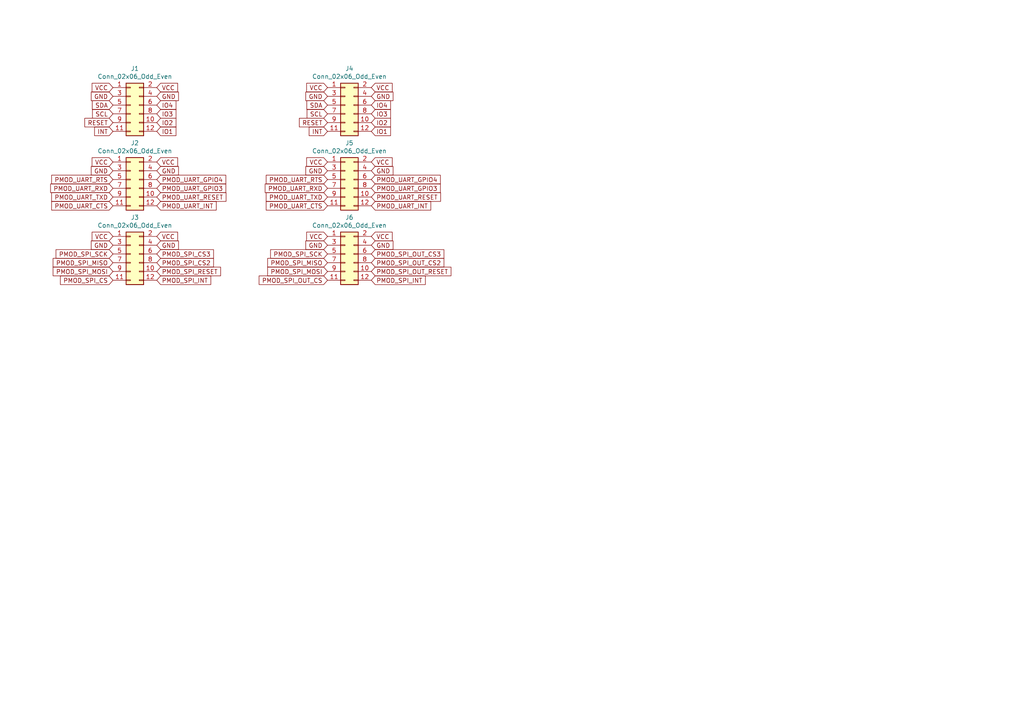
<source format=kicad_sch>
(kicad_sch (version 20230121) (generator eeschema)
  (paper "A4")
  (lib_symbols
    (symbol "Connector_Generic:Conn_02x06_Odd_Even" (pin_names (offset 1.016) hide)
      (property "Reference" "J" (at 1.27 7.62 0))
      (property "Value" "Conn_02x06_Odd_Even" (at 1.27 -10.16 0))
      (symbol "Conn_02x06_Odd_Even_1_1"
        (rectangle (start -1.27 -7.493) (end 0 -7.747) (stroke (width 0.1524)))
        (rectangle (start -1.27 -4.953) (end 0 -5.207) (stroke (width 0.1524)))
        (rectangle (start -1.27 -2.413) (end 0 -2.667) (stroke (width 0.1524)))
        (rectangle (start -1.27 0.127) (end 0 -0.127) (stroke (width 0.1524)))
        (rectangle (start -1.27 2.667) (end 0 2.413) (stroke (width 0.1524)))
        (rectangle (start -1.27 5.207) (end 0 4.953) (stroke (width 0.1524)))
        (rectangle (start -1.27 6.35) (end 3.81 -8.89) (stroke (width 0.254)) (fill (type background)))
        (rectangle (start 3.81 -7.493) (end 2.54 -7.747) (stroke (width 0.1524)))
        (rectangle (start 3.81 -4.953) (end 2.54 -5.207) (stroke (width 0.1524)))
        (rectangle (start 3.81 -2.413) (end 2.54 -2.667) (stroke (width 0.1524)))
        (rectangle (start 3.81 0.127) (end 2.54 -0.127) (stroke (width 0.1524)))
        (rectangle (start 3.81 2.667) (end 2.54 2.413) (stroke (width 0.1524)))
        (rectangle (start 3.81 5.207) (end 2.54 4.953) (stroke (width 0.1524)))
        (pin passive line (at -5.08 5.08 0) (length 3.81) (name "Pin_1") (number "1"))
        (pin passive line (at 7.62 -5.08 180) (length 3.81) (name "Pin_10") (number "10"))
        (pin passive line (at -5.08 -7.62 0) (length 3.81) (name "Pin_11") (number "11"))
        (pin passive line (at 7.62 -7.62 180) (length 3.81) (name "Pin_12") (number "12"))
        (pin passive line (at 7.62 5.08 180) (length 3.81) (name "Pin_2") (number "2"))
        (pin passive line (at -5.08 2.54 0) (length 3.81) (name "Pin_3") (number "3"))
        (pin passive line (at 7.62 2.54 180) (length 3.81) (name "Pin_4") (number "4"))
        (pin passive line (at -5.08 0 0) (length 3.81) (name "Pin_5") (number "5"))
        (pin passive line (at 7.62 0 180) (length 3.81) (name "Pin_6") (number "6"))
        (pin passive line (at -5.08 -2.54 0) (length 3.81) (name "Pin_7") (number "7"))
        (pin passive line (at 7.62 -2.54 180) (length 3.81) (name "Pin_8") (number "8"))
        (pin passive line (at -5.08 -5.08 0) (length 3.81) (name "Pin_9") (number "9"))
      )
    )
  )
  (global_label "VCC" (shape input) (at 32.766 46.99 180) (property "Intersheetrefs" "${INTERSHEET_REFS}" (effects hide)) (property "Intersheet-verwijzingen" "${INTERSHEET_REFS}" (effects hide)))
  (global_label "PMOD_SPI_OUT_CS" (shape input) (at 94.996 81.28 180) (property "Intersheetrefs" "${INTERSHEET_REFS}" (effects hide)) (property "Intersheet-verwijzingen" "${INTERSHEET_REFS}" (effects hide)))
  (global_label "IO1" (shape input) (at 107.696 38.1 0) (property "Intersheetrefs" "${INTERSHEET_REFS}" (effects hide)) (property "Intersheet-verwijzingen" "${INTERSHEET_REFS}" (effects hide)))
  (global_label "GND" (shape input) (at 45.466 27.94 0) (property "Intersheetrefs" "${INTERSHEET_REFS}" (effects hide)) (property "Intersheet-verwijzingen" "${INTERSHEET_REFS}" (effects hide)))
  (global_label "VCC" (shape input) (at 45.466 46.99 0) (property "Intersheetrefs" "${INTERSHEET_REFS}" (effects hide)) (property "Intersheet-verwijzingen" "${INTERSHEET_REFS}" (effects hide)))
  (global_label "GND" (shape input) (at 107.696 27.94 0) (property "Intersheetrefs" "${INTERSHEET_REFS}" (effects hide)) (property "Intersheet-verwijzingen" "${INTERSHEET_REFS}" (effects hide)))
  (global_label "PMOD_SPI_CS3" (shape input) (at 45.466 73.66 0) (property "Intersheetrefs" "${INTERSHEET_REFS}" (effects hide)) (property "Intersheet-verwijzingen" "${INTERSHEET_REFS}" (effects hide)))
  (global_label "VCC" (shape input) (at 94.996 46.99 180) (property "Intersheetrefs" "${INTERSHEET_REFS}" (effects hide)) (property "Intersheet-verwijzingen" "${INTERSHEET_REFS}" (effects hide)))
  (global_label "VCC" (shape input) (at 32.766 25.4 180) (property "Intersheetrefs" "${INTERSHEET_REFS}" (effects hide)) (property "Intersheet-verwijzingen" "${INTERSHEET_REFS}" (effects hide)))
  (global_label "SDA" (shape input) (at 94.996 30.48 180) (property "Intersheetrefs" "${INTERSHEET_REFS}" (effects hide)) (property "Intersheet-verwijzingen" "${INTERSHEET_REFS}" (effects hide)))
  (global_label "VCC" (shape input) (at 45.466 68.58 0) (property "Intersheetrefs" "${INTERSHEET_REFS}" (effects hide)) (property "Intersheet-verwijzingen" "${INTERSHEET_REFS}" (effects hide)))
  (global_label "VCC" (shape input) (at 94.996 25.4 180) (property "Intersheetrefs" "${INTERSHEET_REFS}" (effects hide)) (property "Intersheet-verwijzingen" "${INTERSHEET_REFS}" (effects hide)))
  (global_label "GND" (shape input) (at 94.996 49.53 180) (property "Intersheetrefs" "${INTERSHEET_REFS}" (effects hide)) (property "Intersheet-verwijzingen" "${INTERSHEET_REFS}" (effects hide)))
  (global_label "PMOD_UART_TXD" (shape input) (at 94.996 57.15 180) (property "Intersheetrefs" "${INTERSHEET_REFS}" (effects hide)) (property "Intersheet-verwijzingen" "${INTERSHEET_REFS}" (effects hide)))
  (global_label "PMOD_SPI_OUT_RESET" (shape input) (at 107.696 78.74 0) (property "Intersheetrefs" "${INTERSHEET_REFS}" (effects hide)) (property "Intersheet-verwijzingen" "${INTERSHEET_REFS}" (effects hide)))
  (global_label "GND" (shape input) (at 32.766 27.94 180) (property "Intersheetrefs" "${INTERSHEET_REFS}" (effects hide)) (property "Intersheet-verwijzingen" "${INTERSHEET_REFS}" (effects hide)))
  (global_label "RESET" (shape input) (at 32.766 35.56 180) (property "Intersheetrefs" "${INTERSHEET_REFS}" (effects hide)) (property "Intersheet-verwijzingen" "${INTERSHEET_REFS}" (effects hide)))
  (global_label "IO4" (shape input) (at 45.466 30.48 0) (property "Intersheetrefs" "${INTERSHEET_REFS}" (effects hide)) (property "Intersheet-verwijzingen" "${INTERSHEET_REFS}" (effects hide)))
  (global_label "RESET" (shape input) (at 94.996 35.56 180) (property "Intersheetrefs" "${INTERSHEET_REFS}" (effects hide)) (property "Intersheet-verwijzingen" "${INTERSHEET_REFS}" (effects hide)))
  (global_label "PMOD_SPI_SCK" (shape input) (at 94.996 73.66 180) (property "Intersheetrefs" "${INTERSHEET_REFS}" (effects hide)) (property "Intersheet-verwijzingen" "${INTERSHEET_REFS}" (effects hide)))
  (global_label "VCC" (shape input) (at 94.996 68.58 180) (property "Intersheetrefs" "${INTERSHEET_REFS}" (effects hide)) (property "Intersheet-verwijzingen" "${INTERSHEET_REFS}" (effects hide)))
  (global_label "PMOD_UART_TXD" (shape input) (at 32.766 57.15 180) (property "Intersheetrefs" "${INTERSHEET_REFS}" (effects hide)) (property "Intersheet-verwijzingen" "${INTERSHEET_REFS}" (effects hide)))
  (global_label "IO4" (shape input) (at 107.696 30.48 0) (property "Intersheetrefs" "${INTERSHEET_REFS}" (effects hide)) (property "Intersheet-verwijzingen" "${INTERSHEET_REFS}" (effects hide)))
  (global_label "PMOD_SPI_CS" (shape input) (at 32.766 81.28 180) (property "Intersheetrefs" "${INTERSHEET_REFS}" (effects hide)) (property "Intersheet-verwijzingen" "${INTERSHEET_REFS}" (effects hide)))
  (global_label "IO3" (shape input) (at 107.696 33.02 0) (property "Intersheetrefs" "${INTERSHEET_REFS}" (effects hide)) (property "Intersheet-verwijzingen" "${INTERSHEET_REFS}" (effects hide)))
  (global_label "INT" (shape input) (at 94.996 38.1 180) (property "Intersheetrefs" "${INTERSHEET_REFS}" (effects hide)) (property "Intersheet-verwijzingen" "${INTERSHEET_REFS}" (effects hide)))
  (global_label "PMOD_UART_RESET" (shape input) (at 107.696 57.15 0) (property "Intersheetrefs" "${INTERSHEET_REFS}" (effects hide)) (property "Intersheet-verwijzingen" "${INTERSHEET_REFS}" (effects hide)))
  (global_label "PMOD_UART_RTS" (shape input) (at 32.766 52.07 180) (property "Intersheetrefs" "${INTERSHEET_REFS}" (effects hide)) (property "Intersheet-verwijzingen" "${INTERSHEET_REFS}" (effects hide)))
  (global_label "PMOD_SPI_CS2" (shape input) (at 45.466 76.2 0) (property "Intersheetrefs" "${INTERSHEET_REFS}" (effects hide)) (property "Intersheet-verwijzingen" "${INTERSHEET_REFS}" (effects hide)))
  (global_label "GND" (shape input) (at 32.766 71.12 180) (property "Intersheetrefs" "${INTERSHEET_REFS}" (effects hide)) (property "Intersheet-verwijzingen" "${INTERSHEET_REFS}" (effects hide)))
  (global_label "SDA" (shape input) (at 32.766 30.48 180) (property "Intersheetrefs" "${INTERSHEET_REFS}" (effects hide)) (property "Intersheet-verwijzingen" "${INTERSHEET_REFS}" (effects hide)))
  (global_label "GND" (shape input) (at 94.996 71.12 180) (property "Intersheetrefs" "${INTERSHEET_REFS}" (effects hide)) (property "Intersheet-verwijzingen" "${INTERSHEET_REFS}" (effects hide)))
  (global_label "PMOD_SPI_SCK" (shape input) (at 32.766 73.66 180) (property "Intersheetrefs" "${INTERSHEET_REFS}" (effects hide)) (property "Intersheet-verwijzingen" "${INTERSHEET_REFS}" (effects hide)))
  (global_label "IO1" (shape input) (at 45.466 38.1 0) (property "Intersheetrefs" "${INTERSHEET_REFS}" (effects hide)) (property "Intersheet-verwijzingen" "${INTERSHEET_REFS}" (effects hide)))
  (global_label "IO2" (shape input) (at 45.466 35.56 0) (property "Intersheetrefs" "${INTERSHEET_REFS}" (effects hide)) (property "Intersheet-verwijzingen" "${INTERSHEET_REFS}" (effects hide)))
  (global_label "IO3" (shape input) (at 45.466 33.02 0) (property "Intersheetrefs" "${INTERSHEET_REFS}" (effects hide)) (property "Intersheet-verwijzingen" "${INTERSHEET_REFS}" (effects hide)))
  (global_label "VCC" (shape input) (at 107.696 46.99 0) (property "Intersheetrefs" "${INTERSHEET_REFS}" (effects hide)) (property "Intersheet-verwijzingen" "${INTERSHEET_REFS}" (effects hide)))
  (global_label "PMOD_UART_GPIO3" (shape input) (at 45.466 54.61 0) (property "Intersheetrefs" "${INTERSHEET_REFS}" (effects hide)) (property "Intersheet-verwijzingen" "${INTERSHEET_REFS}" (effects hide)))
  (global_label "SCL" (shape input) (at 94.996 33.02 180) (property "Intersheetrefs" "${INTERSHEET_REFS}" (effects hide)) (property "Intersheet-verwijzingen" "${INTERSHEET_REFS}" (effects hide)))
  (global_label "GND" (shape input) (at 107.696 49.53 0) (property "Intersheetrefs" "${INTERSHEET_REFS}" (effects hide)) (property "Intersheet-verwijzingen" "${INTERSHEET_REFS}" (effects hide)))
  (global_label "PMOD_UART_INT" (shape input) (at 45.466 59.69 0) (property "Intersheetrefs" "${INTERSHEET_REFS}" (effects hide)) (property "Intersheet-verwijzingen" "${INTERSHEET_REFS}" (effects hide)))
  (global_label "PMOD_UART_RXD" (shape input) (at 32.766 54.61 180) (property "Intersheetrefs" "${INTERSHEET_REFS}" (effects hide)) (property "Intersheet-verwijzingen" "${INTERSHEET_REFS}" (effects hide)))
  (global_label "VCC" (shape input) (at 107.696 25.4 0) (property "Intersheetrefs" "${INTERSHEET_REFS}" (effects hide)) (property "Intersheet-verwijzingen" "${INTERSHEET_REFS}" (effects hide)))
  (global_label "PMOD_UART_CTS" (shape input) (at 32.766 59.69 180) (property "Intersheetrefs" "${INTERSHEET_REFS}" (effects hide)) (property "Intersheet-verwijzingen" "${INTERSHEET_REFS}" (effects hide)))
  (global_label "GND" (shape input) (at 107.696 71.12 0) (property "Intersheetrefs" "${INTERSHEET_REFS}" (effects hide)) (property "Intersheet-verwijzingen" "${INTERSHEET_REFS}" (effects hide)))
  (global_label "VCC" (shape input) (at 32.766 68.58 180) (property "Intersheetrefs" "${INTERSHEET_REFS}" (effects hide)) (property "Intersheet-verwijzingen" "${INTERSHEET_REFS}" (effects hide)))
  (global_label "GND" (shape input) (at 32.766 49.53 180) (property "Intersheetrefs" "${INTERSHEET_REFS}" (effects hide)) (property "Intersheet-verwijzingen" "${INTERSHEET_REFS}" (effects hide)))
  (global_label "PMOD_SPI_OUT_CS3" (shape input) (at 107.696 73.66 0) (property "Intersheetrefs" "${INTERSHEET_REFS}" (effects hide)) (property "Intersheet-verwijzingen" "${INTERSHEET_REFS}" (effects hide)))
  (global_label "PMOD_SPI_INT" (shape input) (at 45.466 81.28 0) (property "Intersheetrefs" "${INTERSHEET_REFS}" (effects hide)) (property "Intersheet-verwijzingen" "${INTERSHEET_REFS}" (effects hide)))
  (global_label "PMOD_UART_INT" (shape input) (at 107.696 59.69 0) (property "Intersheetrefs" "${INTERSHEET_REFS}" (effects hide)) (property "Intersheet-verwijzingen" "${INTERSHEET_REFS}" (effects hide)))
  (global_label "GND" (shape input) (at 94.996 27.94 180) (property "Intersheetrefs" "${INTERSHEET_REFS}" (effects hide)) (property "Intersheet-verwijzingen" "${INTERSHEET_REFS}" (effects hide)))
  (global_label "PMOD_UART_RESET" (shape input) (at 45.466 57.15 0) (property "Intersheetrefs" "${INTERSHEET_REFS}" (effects hide)) (property "Intersheet-verwijzingen" "${INTERSHEET_REFS}" (effects hide)))
  (global_label "PMOD_SPI_MOSI" (shape input) (at 94.996 78.74 180) (property "Intersheetrefs" "${INTERSHEET_REFS}" (effects hide)) (property "Intersheet-verwijzingen" "${INTERSHEET_REFS}" (effects hide)))
  (global_label "PMOD_UART_CTS" (shape input) (at 94.996 59.69 180) (property "Intersheetrefs" "${INTERSHEET_REFS}" (effects hide)) (property "Intersheet-verwijzingen" "${INTERSHEET_REFS}" (effects hide)))
  (global_label "PMOD_UART_GPIO4" (shape input) (at 45.466 52.07 0) (property "Intersheetrefs" "${INTERSHEET_REFS}" (effects hide)) (property "Intersheet-verwijzingen" "${INTERSHEET_REFS}" (effects hide)))
  (global_label "PMOD_SPI_RESET" (shape input) (at 45.466 78.74 0) (property "Intersheetrefs" "${INTERSHEET_REFS}" (effects hide)) (property "Intersheet-verwijzingen" "${INTERSHEET_REFS}" (effects hide)))
  (global_label "GND" (shape input) (at 45.466 71.12 0) (property "Intersheetrefs" "${INTERSHEET_REFS}" (effects hide)) (property "Intersheet-verwijzingen" "${INTERSHEET_REFS}" (effects hide)))
  (global_label "INT" (shape input) (at 32.766 38.1 180) (property "Intersheetrefs" "${INTERSHEET_REFS}" (effects hide)) (property "Intersheet-verwijzingen" "${INTERSHEET_REFS}" (effects hide)))
  (global_label "IO2" (shape input) (at 107.696 35.56 0) (property "Intersheetrefs" "${INTERSHEET_REFS}" (effects hide)) (property "Intersheet-verwijzingen" "${INTERSHEET_REFS}" (effects hide)))
  (global_label "VCC" (shape input) (at 107.696 68.58 0) (property "Intersheetrefs" "${INTERSHEET_REFS}" (effects hide)) (property "Intersheet-verwijzingen" "${INTERSHEET_REFS}" (effects hide)))
  (global_label "GND" (shape input) (at 45.466 49.53 0) (property "Intersheetrefs" "${INTERSHEET_REFS}" (effects hide)) (property "Intersheet-verwijzingen" "${INTERSHEET_REFS}" (effects hide)))
  (global_label "PMOD_SPI_OUT_CS2" (shape input) (at 107.696 76.2 0) (property "Intersheetrefs" "${INTERSHEET_REFS}" (effects hide)) (property "Intersheet-verwijzingen" "${INTERSHEET_REFS}" (effects hide)))
  (global_label "PMOD_UART_GPIO3" (shape input) (at 107.696 54.61 0) (property "Intersheetrefs" "${INTERSHEET_REFS}" (effects hide)) (property "Intersheet-verwijzingen" "${INTERSHEET_REFS}" (effects hide)))
  (global_label "PMOD_UART_RXD" (shape input) (at 94.996 54.61 180) (property "Intersheetrefs" "${INTERSHEET_REFS}" (effects hide)) (property "Intersheet-verwijzingen" "${INTERSHEET_REFS}" (effects hide)))
  (global_label "PMOD_SPI_MISO" (shape input) (at 94.996 76.2 180) (property "Intersheetrefs" "${INTERSHEET_REFS}" (effects hide)) (property "Intersheet-verwijzingen" "${INTERSHEET_REFS}" (effects hide)))
  (global_label "VCC" (shape input) (at 45.466 25.4 0) (property "Intersheetrefs" "${INTERSHEET_REFS}" (effects hide)) (property "Intersheet-verwijzingen" "${INTERSHEET_REFS}" (effects hide)))
  (global_label "PMOD_SPI_INT" (shape input) (at 107.696 81.28 0) (property "Intersheetrefs" "${INTERSHEET_REFS}" (effects hide)) (property "Intersheet-verwijzingen" "${INTERSHEET_REFS}" (effects hide)))
  (global_label "PMOD_UART_RTS" (shape input) (at 94.996 52.07 180) (property "Intersheetrefs" "${INTERSHEET_REFS}" (effects hide)) (property "Intersheet-verwijzingen" "${INTERSHEET_REFS}" (effects hide)))
  (global_label "SCL" (shape input) (at 32.766 33.02 180) (property "Intersheetrefs" "${INTERSHEET_REFS}" (effects hide)) (property "Intersheet-verwijzingen" "${INTERSHEET_REFS}" (effects hide)))
  (global_label "PMOD_SPI_MOSI" (shape input) (at 32.766 78.74 180) (property "Intersheetrefs" "${INTERSHEET_REFS}" (effects hide)) (property "Intersheet-verwijzingen" "${INTERSHEET_REFS}" (effects hide)))
  (global_label "PMOD_UART_GPIO4" (shape input) (at 107.696 52.07 0) (property "Intersheetrefs" "${INTERSHEET_REFS}" (effects hide)) (property "Intersheet-verwijzingen" "${INTERSHEET_REFS}" (effects hide)))
  (global_label "PMOD_SPI_MISO" (shape input) (at 32.766 76.2 180) (property "Intersheetrefs" "${INTERSHEET_REFS}" (effects hide)) (property "Intersheet-verwijzingen" "${INTERSHEET_REFS}" (effects hide)))
  (symbol (lib_id "Connector_Generic:Conn_02x06_Odd_Even") (at 37.846 30.48 0) (unit 1)
    (property "Reference" "J1" (at 39.116 19.8882 0))
    (property "Value" "Conn_02x06_Odd_Even" (at 39.116 22.1996 0))
    (property "Footprint" "Connector_PinHeader_2.54mm:PinHeader_2x06_P2.54mm_Horizontal" (effects hide))
  )
  (symbol (lib_id "Connector_Generic:Conn_02x06_Odd_Even") (at 37.846 52.07 0) (unit 1)
    (property "Reference" "J2" (at 39.116 41.4782 0))
    (property "Value" "Conn_02x06_Odd_Even" (at 39.116 43.7896 0))
    (property "Footprint" "Connector_PinHeader_2.54mm:PinHeader_2x06_P2.54mm_Horizontal" (effects hide))
  )
  (symbol (lib_id "Connector_Generic:Conn_02x06_Odd_Even") (at 37.846 73.66 0) (unit 1)
    (property "Reference" "J3" (at 39.116 63.0682 0))
    (property "Value" "Conn_02x06_Odd_Even" (at 39.116 65.3796 0))
    (property "Footprint" "Connector_PinHeader_2.54mm:PinHeader_2x06_P2.54mm_Horizontal" (effects hide))
  )
  (symbol (lib_id "Connector_Generic:Conn_02x06_Odd_Even") (at 100.076 30.48 0) (unit 1)
    (property "Reference" "J4" (at 101.346 19.8882 0))
    (property "Value" "Conn_02x06_Odd_Even" (at 101.346 22.1996 0))
    (property "Footprint" "Connector_PinSocket_2.54mm:PinSocket_2x06_P2.54mm_Horizontal" (effects hide))
  )
  (symbol (lib_id "Connector_Generic:Conn_02x06_Odd_Even") (at 100.076 52.07 0) (unit 1)
    (property "Reference" "J5" (at 101.346 41.4782 0))
    (property "Value" "Conn_02x06_Odd_Even" (at 101.346 43.7896 0))
    (property "Footprint" "Connector_PinSocket_2.54mm:PinSocket_2x06_P2.54mm_Horizontal" (effects hide))
  )
  (symbol (lib_id "Connector_Generic:Conn_02x06_Odd_Even") (at 100.076 73.66 0) (unit 1)
    (property "Reference" "J6" (at 101.346 63.0682 0))
    (property "Value" "Conn_02x06_Odd_Even" (at 101.346 65.3796 0))
    (property "Footprint" "Connector_PinSocket_2.54mm:PinSocket_2x06_P2.54mm_Horizontal" (effects hide))
  )
)
</source>
